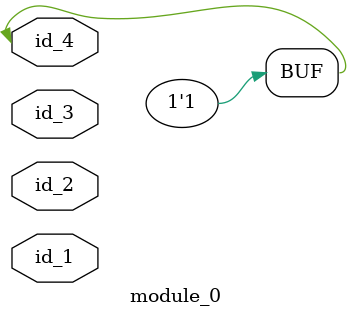
<source format=v>
module module_0 (
    id_1,
    id_2,
    id_3,
    id_4
);
  inout id_4;
  inout id_3;
  inout id_2;
  input id_1;
  assign id_2 = id_2;
  assign id_4 = 1;
endmodule

</source>
